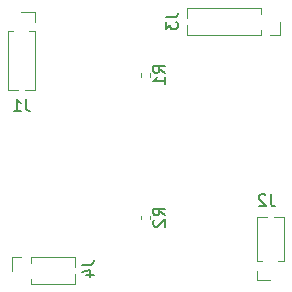
<source format=gbo>
%TF.GenerationSoftware,KiCad,Pcbnew,9.0.5-1.fc42*%
%TF.CreationDate,2025-12-03T03:07:17+01:00*%
%TF.ProjectId,Block-Switch-2V,426c6f63-6b2d-4537-9769-7463682d3256,1*%
%TF.SameCoordinates,Original*%
%TF.FileFunction,Legend,Bot*%
%TF.FilePolarity,Positive*%
%FSLAX46Y46*%
G04 Gerber Fmt 4.6, Leading zero omitted, Abs format (unit mm)*
G04 Created by KiCad (PCBNEW 9.0.5-1.fc42) date 2025-12-03 03:07:17*
%MOMM*%
%LPD*%
G01*
G04 APERTURE LIST*
%ADD10C,0.150000*%
%ADD11C,0.120000*%
G04 APERTURE END LIST*
D10*
X133675419Y-123693866D02*
X134389704Y-123693866D01*
X134389704Y-123693866D02*
X134532561Y-123646247D01*
X134532561Y-123646247D02*
X134627800Y-123551009D01*
X134627800Y-123551009D02*
X134675419Y-123408152D01*
X134675419Y-123408152D02*
X134675419Y-123312914D01*
X134008752Y-124598628D02*
X134675419Y-124598628D01*
X133627800Y-124360533D02*
X134342085Y-124122438D01*
X134342085Y-124122438D02*
X134342085Y-124741485D01*
X140689819Y-119531143D02*
X140213628Y-119197810D01*
X140689819Y-118959715D02*
X139689819Y-118959715D01*
X139689819Y-118959715D02*
X139689819Y-119340667D01*
X139689819Y-119340667D02*
X139737438Y-119435905D01*
X139737438Y-119435905D02*
X139785057Y-119483524D01*
X139785057Y-119483524D02*
X139880295Y-119531143D01*
X139880295Y-119531143D02*
X140023152Y-119531143D01*
X140023152Y-119531143D02*
X140118390Y-119483524D01*
X140118390Y-119483524D02*
X140166009Y-119435905D01*
X140166009Y-119435905D02*
X140213628Y-119340667D01*
X140213628Y-119340667D02*
X140213628Y-118959715D01*
X139785057Y-119912096D02*
X139737438Y-119959715D01*
X139737438Y-119959715D02*
X139689819Y-120054953D01*
X139689819Y-120054953D02*
X139689819Y-120293048D01*
X139689819Y-120293048D02*
X139737438Y-120388286D01*
X139737438Y-120388286D02*
X139785057Y-120435905D01*
X139785057Y-120435905D02*
X139880295Y-120483524D01*
X139880295Y-120483524D02*
X139975533Y-120483524D01*
X139975533Y-120483524D02*
X140118390Y-120435905D01*
X140118390Y-120435905D02*
X140689819Y-119864477D01*
X140689819Y-119864477D02*
X140689819Y-120483524D01*
X140689819Y-107465523D02*
X140213628Y-107132190D01*
X140689819Y-106894095D02*
X139689819Y-106894095D01*
X139689819Y-106894095D02*
X139689819Y-107275047D01*
X139689819Y-107275047D02*
X139737438Y-107370285D01*
X139737438Y-107370285D02*
X139785057Y-107417904D01*
X139785057Y-107417904D02*
X139880295Y-107465523D01*
X139880295Y-107465523D02*
X140023152Y-107465523D01*
X140023152Y-107465523D02*
X140118390Y-107417904D01*
X140118390Y-107417904D02*
X140166009Y-107370285D01*
X140166009Y-107370285D02*
X140213628Y-107275047D01*
X140213628Y-107275047D02*
X140213628Y-106894095D01*
X140689819Y-108417904D02*
X140689819Y-107846476D01*
X140689819Y-108132190D02*
X139689819Y-108132190D01*
X139689819Y-108132190D02*
X139832676Y-108036952D01*
X139832676Y-108036952D02*
X139927914Y-107941714D01*
X139927914Y-107941714D02*
X139975533Y-107846476D01*
X149620410Y-117741619D02*
X149620410Y-118455904D01*
X149620410Y-118455904D02*
X149668029Y-118598761D01*
X149668029Y-118598761D02*
X149763267Y-118694000D01*
X149763267Y-118694000D02*
X149906124Y-118741619D01*
X149906124Y-118741619D02*
X150001362Y-118741619D01*
X149191838Y-117836857D02*
X149144219Y-117789238D01*
X149144219Y-117789238D02*
X149048981Y-117741619D01*
X149048981Y-117741619D02*
X148810886Y-117741619D01*
X148810886Y-117741619D02*
X148715648Y-117789238D01*
X148715648Y-117789238D02*
X148668029Y-117836857D01*
X148668029Y-117836857D02*
X148620410Y-117932095D01*
X148620410Y-117932095D02*
X148620410Y-118027333D01*
X148620410Y-118027333D02*
X148668029Y-118170190D01*
X148668029Y-118170190D02*
X149239457Y-118741619D01*
X149239457Y-118741619D02*
X148620410Y-118741619D01*
X128883733Y-109691819D02*
X128883733Y-110406104D01*
X128883733Y-110406104D02*
X128931352Y-110548961D01*
X128931352Y-110548961D02*
X129026590Y-110644200D01*
X129026590Y-110644200D02*
X129169447Y-110691819D01*
X129169447Y-110691819D02*
X129264685Y-110691819D01*
X127883733Y-110691819D02*
X128455161Y-110691819D01*
X128169447Y-110691819D02*
X128169447Y-109691819D01*
X128169447Y-109691819D02*
X128264685Y-109834676D01*
X128264685Y-109834676D02*
X128359923Y-109929914D01*
X128359923Y-109929914D02*
X128455161Y-109977533D01*
X140754019Y-102766266D02*
X141468304Y-102766266D01*
X141468304Y-102766266D02*
X141611161Y-102718647D01*
X141611161Y-102718647D02*
X141706400Y-102623409D01*
X141706400Y-102623409D02*
X141754019Y-102480552D01*
X141754019Y-102480552D02*
X141754019Y-102385314D01*
X140754019Y-103147219D02*
X140754019Y-103766266D01*
X140754019Y-103766266D02*
X141134971Y-103432933D01*
X141134971Y-103432933D02*
X141134971Y-103575790D01*
X141134971Y-103575790D02*
X141182590Y-103671028D01*
X141182590Y-103671028D02*
X141230209Y-103718647D01*
X141230209Y-103718647D02*
X141325447Y-103766266D01*
X141325447Y-103766266D02*
X141563542Y-103766266D01*
X141563542Y-103766266D02*
X141658780Y-103718647D01*
X141658780Y-103718647D02*
X141706400Y-103671028D01*
X141706400Y-103671028D02*
X141754019Y-103575790D01*
X141754019Y-103575790D02*
X141754019Y-103290076D01*
X141754019Y-103290076D02*
X141706400Y-103194838D01*
X141706400Y-103194838D02*
X141658780Y-103147219D01*
D11*
%TO.C,J4*%
X127715000Y-123045000D02*
X127715000Y-124205000D01*
X128525000Y-123045000D02*
X127715000Y-123045000D01*
X129335000Y-123045000D02*
X129335000Y-123538292D01*
X129335000Y-123045000D02*
X133080000Y-123045000D01*
X129335000Y-124871708D02*
X129335000Y-125365000D01*
X129335000Y-125365000D02*
X133080000Y-125365000D01*
X133080000Y-123045000D02*
X133080000Y-123887077D01*
X133080000Y-124522923D02*
X133080000Y-125365000D01*
%TO.C,R2*%
X139445000Y-119851451D02*
X139445000Y-119544169D01*
X138685000Y-119851451D02*
X138685000Y-119544169D01*
%TO.C,R1*%
X139445000Y-107785831D02*
X139445000Y-107478549D01*
X138685000Y-107785831D02*
X138685000Y-107478549D01*
%TO.C,J2*%
X148445000Y-119650000D02*
X149287077Y-119650000D01*
X148445000Y-123395000D02*
X148445000Y-119650000D01*
X148445000Y-123395000D02*
X148938292Y-123395000D01*
X148445000Y-124205000D02*
X148445000Y-125015000D01*
X148445000Y-125015000D02*
X149605000Y-125015000D01*
X149922923Y-119650000D02*
X150765000Y-119650000D01*
X150271708Y-123395000D02*
X150765000Y-123395000D01*
X150765000Y-123395000D02*
X150765000Y-119650000D01*
%TO.C,J1*%
X127365000Y-103935000D02*
X127365000Y-108950000D01*
X127858292Y-103935000D02*
X127365000Y-103935000D01*
X128207077Y-108950000D02*
X127365000Y-108950000D01*
X129685000Y-102315000D02*
X128525000Y-102315000D01*
X129685000Y-103125000D02*
X129685000Y-102315000D01*
X129685000Y-103935000D02*
X129191708Y-103935000D01*
X129685000Y-103935000D02*
X129685000Y-108950000D01*
X129685000Y-108950000D02*
X128842923Y-108950000D01*
%TO.C,J3*%
X142510000Y-102807077D02*
X142510000Y-101965000D01*
X142510000Y-104285000D02*
X142510000Y-103442923D01*
X148795000Y-101965000D02*
X142510000Y-101965000D01*
X148795000Y-102458292D02*
X148795000Y-101965000D01*
X148795000Y-104285000D02*
X142510000Y-104285000D01*
X148795000Y-104285000D02*
X148795000Y-103791708D01*
X149605000Y-104285000D02*
X150415000Y-104285000D01*
X150415000Y-104285000D02*
X150415000Y-103125000D01*
%TD*%
M02*

</source>
